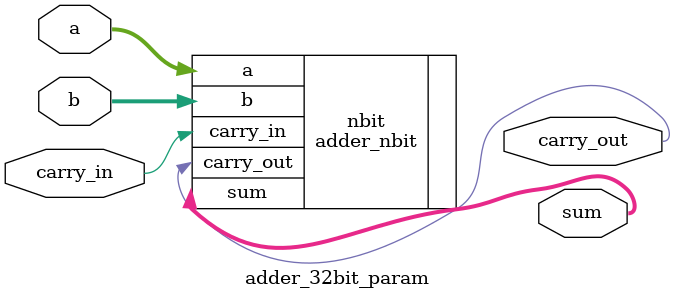
<source format=sv>
`timescale 1ns / 10ps

module adder_32bit_param #() (
    input logic [31:0]a,
    input logic [31:0]b,
    input logic carry_in,
    output logic [31:0]sum,
    output logic carry_out
);
    adder_nbit #(.SIZE(32)) nbit(.a(a), .b(b), .carry_in(carry_in), .sum(sum), .carry_out(carry_out));

endmodule


</source>
